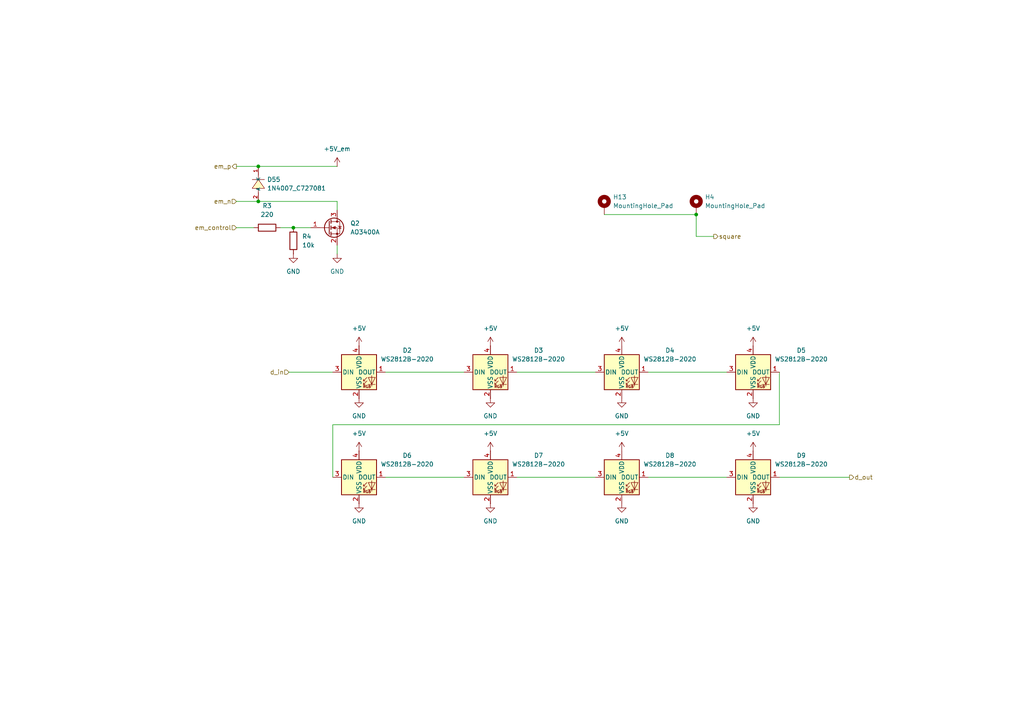
<source format=kicad_sch>
(kicad_sch (version 20231120) (generator "eeschema") (generator_version "8.0")
  (paper "A4")
  (lib_symbols
    (symbol "1N4007_C727081:1N4007_C727081"
      (property "Reference" "D" (at 0 1.27 0))
      (property "Value" "1N4007_C727081" (at 0 -2.54 0))
      (symbol "1N4007_C727081_0_1"
        (polyline (pts (xy -1.27 0) (xy -2.54 0)))
        (polyline (pts (xy -1.27 1.778) (xy -1.27 -1.778)))
        (polyline (pts (xy 2.54 0) (xy 1.27 0)))
        (polyline (pts (xy 1.27 1.778) (xy -1.27 0) (xy 1.27 -1.778) (xy 1.27 1.778)) (fill (type background)))
        (pin unspecified line (at -5.08 0 0) (length 2.54) (name "K") (number "1"))
        (pin unspecified line (at 5.08 0 180) (length 2.54) (name "A") (number "2"))
      )
    )
    (symbol "Device:R" (pin_numbers hide) (pin_names (offset 0))
      (property "Reference" "R" (at 2.032 0 90))
      (property "Value" "R" (at 0 0 90))
      (symbol "R_0_1"
        (rectangle (start -1.016 -2.54) (end 1.016 2.54) (stroke (width 0.254)))
      )
      (symbol "R_1_1"
        (pin passive line (at 0 3.81 270) (length 1.27) (name "~") (number "1"))
        (pin passive line (at 0 -3.81 90) (length 1.27) (name "~") (number "2"))
      )
    )
    (symbol "LED:WS2812B-2020" (pin_names (offset 0.254))
      (property "Reference" "D" (at 5.08 5.715 0))
      (property "Value" "WS2812B-2020" (at 1.27 -5.715 0))
      (symbol "WS2812B-2020_0_0"
        (text "RGB" (at 2.286 -4.191 0) (effects (font (size 0.762 0.762))))
      )
      (symbol "WS2812B-2020_0_1"
        (polyline (pts (xy 1.27 -3.556) (xy 1.778 -3.556)))
        (polyline (pts (xy 1.27 -2.54) (xy 1.778 -2.54)))
        (polyline (pts (xy 4.699 -3.556) (xy 2.667 -3.556)))
        (polyline (pts (xy 2.286 -2.54) (xy 1.27 -3.556) (xy 1.27 -3.048)))
        (polyline (pts (xy 2.286 -1.524) (xy 1.27 -2.54) (xy 1.27 -2.032)))
        (polyline (pts (xy 3.683 -1.016) (xy 3.683 -3.556) (xy 3.683 -4.064)))
        (polyline (pts (xy 4.699 -1.524) (xy 2.667 -1.524) (xy 3.683 -3.556) (xy 4.699 -1.524)))
        (rectangle (start 5.08 5.08) (end -5.08 -5.08) (stroke (width 0.254)) (fill (type background)))
      )
      (symbol "WS2812B-2020_1_1"
        (pin output line (at 7.62 0 180) (length 2.54) (name "DOUT") (number "1"))
        (pin power_in line (at 0 -7.62 90) (length 2.54) (name "VSS") (number "2"))
        (pin input line (at -7.62 0 0) (length 2.54) (name "DIN") (number "3"))
        (pin power_in line (at 0 7.62 270) (length 2.54) (name "VDD") (number "4"))
      )
    )
    (symbol "Mechanical:MountingHole_Pad" (pin_numbers hide) (pin_names (offset 1.016) hide) (exclude_from_sim yes) (in_bom no)
      (property "Reference" "H" (at 0 6.35 0))
      (property "Value" "MountingHole_Pad" (at 0 4.445 0))
      (symbol "MountingHole_Pad_0_1"
        (circle (center 0 1.27) (radius 1.27) (stroke (width 1.27)))
      )
      (symbol "MountingHole_Pad_1_1"
        (pin input line (at 0 -2.54 90) (length 2.54) (name "1") (number "1"))
      )
    )
    (symbol "Transistor_FET:AO3400A" (pin_names hide)
      (property "Reference" "Q" (at 5.08 1.905 0))
      (property "Value" "AO3400A" (at 5.08 0 0))
      (symbol "AO3400A_0_1"
        (polyline (pts (xy 0.254 0) (xy -2.54 0)))
        (polyline (pts (xy 0.254 1.905) (xy 0.254 -1.905)) (stroke (width 0.254)))
        (polyline (pts (xy 0.762 -1.27) (xy 0.762 -2.286)) (stroke (width 0.254)))
        (polyline (pts (xy 0.762 0.508) (xy 0.762 -0.508)) (stroke (width 0.254)))
        (polyline (pts (xy 0.762 2.286) (xy 0.762 1.27)) (stroke (width 0.254)))
        (polyline (pts (xy 2.54 2.54) (xy 2.54 1.778)))
        (polyline (pts (xy 2.54 -2.54) (xy 2.54 0) (xy 0.762 0)))
        (polyline (pts (xy 0.762 -1.778) (xy 3.302 -1.778) (xy 3.302 1.778) (xy 0.762 1.778)))
        (polyline (pts (xy 1.016 0) (xy 2.032 0.381) (xy 2.032 -0.381) (xy 1.016 0)) (fill (type outline)))
        (polyline (pts (xy 2.794 0.508) (xy 2.921 0.381) (xy 3.683 0.381) (xy 3.81 0.254)))
        (polyline (pts (xy 3.302 0.381) (xy 2.921 -0.254) (xy 3.683 -0.254) (xy 3.302 0.381)))
        (circle (center 1.651 0) (radius 2.794) (stroke (width 0.254)))
        (circle (center 2.54 -1.778) (radius 0.254) (fill (type outline)))
        (circle (center 2.54 1.778) (radius 0.254) (fill (type outline)))
      )
      (symbol "AO3400A_1_1"
        (pin input line (at -5.08 0 0) (length 2.54) (name "G") (number "1"))
        (pin passive line (at 2.54 -5.08 90) (length 2.54) (name "S") (number "2"))
        (pin passive line (at 2.54 5.08 270) (length 2.54) (name "D") (number "3"))
      )
    )
    (symbol "power:+5V" (power) (pin_numbers hide) (pin_names (offset 0) hide)
      (property "Value" "+5V" (at 0 3.556 0))
      (symbol "+5V_0_1"
        (polyline (pts (xy -0.762 1.27) (xy 0 2.54)))
        (polyline (pts (xy 0 0) (xy 0 2.54)))
        (polyline (pts (xy 0 2.54) (xy 0.762 1.27)))
      )
      (symbol "+5V_1_1"
        (pin power_in line (at 0 0 90) (length 0) (name "~") (number "1"))
      )
    )
    (symbol "power:GND" (power) (pin_numbers hide) (pin_names (offset 0) hide)
      (property "Value" "GND" (at 0 -3.81 0))
      (symbol "GND_0_1"
        (polyline (pts (xy 0 0) (xy 0 -1.27) (xy 1.27 -1.27) (xy 0 -2.54) (xy -1.27 -1.27) (xy 0 -1.27)))
      )
      (symbol "GND_1_1"
        (pin power_in line (at 0 0 270) (length 0) (name "~") (number "1"))
      )
    )
  )
  (junction (at 74.93 48.26))
  (junction (at 201.93 62.23))
  (junction (at 74.93 58.42))
  (junction (at 85.09 66.04))
  (wire (pts (xy 81.28 66.04) (xy 85.09 66.04)))
  (wire (pts (xy 85.09 66.04) (xy 90.17 66.04)))
  (wire (pts (xy 97.79 58.42) (xy 97.79 60.96)))
  (wire (pts (xy 226.06 138.43) (xy 246.38 138.43)))
  (wire (pts (xy 149.86 138.43) (xy 172.72 138.43)))
  (wire (pts (xy 68.58 48.26) (xy 74.93 48.26)))
  (wire (pts (xy 111.76 107.95) (xy 134.62 107.95)))
  (wire (pts (xy 175.26 62.23) (xy 201.93 62.23)))
  (wire (pts (xy 226.06 107.95) (xy 226.06 123.19)))
  (wire (pts (xy 83.82 107.95) (xy 96.52 107.95)))
  (wire (pts (xy 149.86 107.95) (xy 172.72 107.95)))
  (wire (pts (xy 111.76 138.43) (xy 134.62 138.43)))
  (wire (pts (xy 97.79 73.66) (xy 97.79 71.12)))
  (wire (pts (xy 68.58 66.04) (xy 73.66 66.04)))
  (wire (pts (xy 74.93 48.26) (xy 97.79 48.26)))
  (wire (pts (xy 68.58 58.42) (xy 74.93 58.42)))
  (wire (pts (xy 96.52 123.19) (xy 96.52 138.43)))
  (wire (pts (xy 226.06 123.19) (xy 96.52 123.19)))
  (wire (pts (xy 74.93 58.42) (xy 97.79 58.42)))
  (wire (pts (xy 187.96 138.43) (xy 210.82 138.43)))
  (wire (pts (xy 201.93 62.23) (xy 201.93 68.58)))
  (wire (pts (xy 187.96 107.95) (xy 210.82 107.95)))
  (wire (pts (xy 207.01 68.58) (xy 201.93 68.58)))
  (hierarchical_label "d_in" (shape input) (at 83.82 107.95 180))
  (hierarchical_label "em_p" (shape output) (at 68.58 48.26 180))
  (hierarchical_label "em_control" (shape input) (at 68.58 66.04 180))
  (hierarchical_label "em_n" (shape input) (at 68.58 58.42 180))
  (hierarchical_label "square" (shape output) (at 207.01 68.58 0))
  (hierarchical_label "d_out" (shape output) (at 246.38 138.43 0))
  (symbol (lib_id "1N4007_C727081:1N4007_C727081") (at 74.93 53.34 270) (unit 1)
    (property "Reference" "D55" (at 77.47 52.0699 90) (effects (justify left)))
    (property "Value" "1N4007_C727081" (at 77.47 54.6099 90) (effects (justify left)))
    (property "Footprint" "footprint:SMA_L4.3-W2.5-LS5.0-RD" (effects (hide yes)))
    (property "Datasheet" "https://atta.szlcsc.com/upload/public/pdf/source/20191021/C437786_3D65CEC0912CC3CA85CA024EBEBBFCE4.pdf" (effects (hide yes)))
    (property "LCSC" "C727081" (effects (hide yes)))
    (instances (project "kfchess" (path "" (reference "D55") (unit 1)) (path "" (reference "D64") (unit 1)) (path "" (reference "D37") (unit 1)) (path "" (reference "D46") (unit 1)) (path "" (reference "D91") (unit 1)) (path "" (reference "D100") (unit 1)) (path "" (reference "D73") (unit 1)) (path "" (reference "D82") (unit 1)) (path "" (reference "D127") (unit 1)) (path "" (reference "D136") (unit 1)) (path "" (reference "D109") (unit 1)) (path "" (reference "D118") (unit 1)) (path "" (reference "D10") (unit 1)) (path "" (reference "D19") (unit 1)) (path "" (reference "D1") (unit 1)) (path "" (reference "D28") (unit 1))))
  )
  (symbol (lib_id "Device:R") (at 77.47 66.04 270) (unit 1)
    (property "Reference" "R3" (at 77.47 59.69 90))
    (property "Value" "220" (at 77.47 62.23 90))
    (property "Footprint" "Resistor_SMD:R_0603_1608Metric" (effects (hide yes)))
    (property "Description" "Resistor" (effects (hide yes)))
    (instances (project "kfchess" (path "" (reference "R3") (unit 1)) (path "" (reference "R5") (unit 1)) (path "" (reference "R7") (unit 1)) (path "" (reference "R13") (unit 1)) (path "" (reference "R15") (unit 1)) (path "" (reference "R9") (unit 1)) (path "" (reference "R11") (unit 1)) (path "" (reference "R21") (unit 1)) (path "" (reference "R23") (unit 1)) (path "" (reference "R17") (unit 1)) (path "" (reference "R19") (unit 1)) (path "" (reference "R29") (unit 1)) (path "" (reference "R31") (unit 1)) (path "" (reference "R25") (unit 1)) (path "" (reference "R27") (unit 1)) (path "" (reference "R1") (unit 1))))
  )
  (symbol (lib_id "LED:WS2812B-2020") (at 218.44 107.95 0) (unit 1)
    (property "Reference" "D5" (at 232.41 101.6314 0))
    (property "Value" "WS2812B-2020" (at 232.41 104.1714 0))
    (property "Footprint" "LED_SMD:LED_WS2812B-2020_PLCC4_2.0x2.0mm" (effects (hide yes)))
    (property "Datasheet" "https://cdn-shop.adafruit.com/product-files/4684/4684_WS2812B-2020_V1.3_EN.pdf" (effects (hide yes)))
    (property "Description" "RGB LED with integrated controller, 2.0 x 2.0 mm, 12 mA" (effects (hide yes)))
    (instances (project "kfchess" (path "" (reference "D5") (unit 1)) (path "" (reference "D14") (unit 1)) (path "" (reference "D23") (unit 1)) (path "" (reference "D32") (unit 1)) (path "" (reference "D59") (unit 1)) (path "" (reference "D68") (unit 1)) (path "" (reference "D41") (unit 1)) (path "" (reference "D50") (unit 1)) (path "" (reference "D95") (unit 1)) (path "" (reference "D104") (unit 1)) (path "" (reference "D77") (unit 1)) (path "" (reference "D86") (unit 1)) (path "" (reference "D131") (unit 1)) (path "" (reference "D140") (unit 1)) (path "" (reference "D113") (unit 1)) (path "" (reference "D122") (unit 1))))
  )
  (symbol (lib_id "LED:WS2812B-2020") (at 104.14 107.95 0) (unit 1)
    (property "Reference" "D2" (at 118.11 101.6314 0))
    (property "Value" "WS2812B-2020" (at 118.11 104.1714 0))
    (property "Footprint" "LED_SMD:LED_WS2812B-2020_PLCC4_2.0x2.0mm" (effects (hide yes)))
    (property "Datasheet" "https://cdn-shop.adafruit.com/product-files/4684/4684_WS2812B-2020_V1.3_EN.pdf" (effects (hide yes)))
    (property "Description" "RGB LED with integrated controller, 2.0 x 2.0 mm, 12 mA" (effects (hide yes)))
    (instances (project "kfchess" (path "" (reference "D2") (unit 1)) (path "" (reference "D11") (unit 1)) (path "" (reference "D20") (unit 1)) (path "" (reference "D29") (unit 1)) (path "" (reference "D56") (unit 1)) (path "" (reference "D65") (unit 1)) (path "" (reference "D38") (unit 1)) (path "" (reference "D47") (unit 1)) (path "" (reference "D92") (unit 1)) (path "" (reference "D101") (unit 1)) (path "" (reference "D74") (unit 1)) (path "" (reference "D83") (unit 1)) (path "" (reference "D128") (unit 1)) (path "" (reference "D137") (unit 1)) (path "" (reference "D110") (unit 1)) (path "" (reference "D119") (unit 1))))
  )
  (symbol (lib_id "power:+5V") (at 142.24 100.33 0) (unit 1)
    (property "Reference" "#PWR013" (effects (hide yes)))
    (property "Value" "+5V" (at 142.24 95.25 0))
    (property "Description" "Power symbol creates a global label with name \"+5V\"" (effects (hide yes)))
    (instances (project "kfchess" (path "" (reference "#PWR013") (unit 1)) (path "" (reference "#PWR032") (unit 1)) (path "" (reference "#PWR051") (unit 1)) (path "" (reference "#PWR070") (unit 1)) (path "" (reference "#PWR0127") (unit 1)) (path "" (reference "#PWR0146") (unit 1)) (path "" (reference "#PWR089") (unit 1)) (path "" (reference "#PWR0108") (unit 1)) (path "" (reference "#PWR0203") (unit 1)) (path "" (reference "#PWR0222") (unit 1)) (path "" (reference "#PWR0165") (unit 1)) (path "" (reference "#PWR0184") (unit 1)) (path "" (reference "#PWR0279") (unit 1)) (path "" (reference "#PWR0298") (unit 1)) (path "" (reference "#PWR0241") (unit 1)) (path "" (reference "#PWR0260") (unit 1))))
  )
  (symbol (lib_id "power:GND") (at 104.14 115.57 0) (unit 1)
    (property "Reference" "#PWR016" (effects (hide yes)))
    (property "Value" "GND" (at 104.14 120.65 0))
    (property "Description" "Power symbol creates a global label with name \"GND\" , ground" (effects (hide yes)))
    (instances (project "kfchess" (path "" (reference "#PWR016") (unit 1)) (path "" (reference "#PWR035") (unit 1)) (path "" (reference "#PWR054") (unit 1)) (path "" (reference "#PWR073") (unit 1)) (path "" (reference "#PWR0130") (unit 1)) (path "" (reference "#PWR0149") (unit 1)) (path "" (reference "#PWR092") (unit 1)) (path "" (reference "#PWR0111") (unit 1)) (path "" (reference "#PWR0206") (unit 1)) (path "" (reference "#PWR0225") (unit 1)) (path "" (reference "#PWR0168") (unit 1)) (path "" (reference "#PWR0187") (unit 1)) (path "" (reference "#PWR0282") (unit 1)) (path "" (reference "#PWR0301") (unit 1)) (path "" (reference "#PWR0244") (unit 1)) (path "" (reference "#PWR0263") (unit 1))))
  )
  (symbol (lib_id "power:+5V") (at 142.24 130.81 0) (unit 1)
    (property "Reference" "#PWR021" (effects (hide yes)))
    (property "Value" "+5V" (at 142.24 125.73 0))
    (property "Description" "Power symbol creates a global label with name \"+5V\"" (effects (hide yes)))
    (instances (project "kfchess" (path "" (reference "#PWR021") (unit 1)) (path "" (reference "#PWR040") (unit 1)) (path "" (reference "#PWR059") (unit 1)) (path "" (reference "#PWR078") (unit 1)) (path "" (reference "#PWR0135") (unit 1)) (path "" (reference "#PWR0154") (unit 1)) (path "" (reference "#PWR097") (unit 1)) (path "" (reference "#PWR0116") (unit 1)) (path "" (reference "#PWR0211") (unit 1)) (path "" (reference "#PWR0230") (unit 1)) (path "" (reference "#PWR0173") (unit 1)) (path "" (reference "#PWR0192") (unit 1)) (path "" (reference "#PWR0287") (unit 1)) (path "" (reference "#PWR0306") (unit 1)) (path "" (reference "#PWR0249") (unit 1)) (path "" (reference "#PWR0268") (unit 1))))
  )
  (symbol (lib_id "power:+5V") (at 180.34 130.81 0) (unit 1)
    (property "Reference" "#PWR022" (effects (hide yes)))
    (property "Value" "+5V" (at 180.34 125.73 0))
    (property "Description" "Power symbol creates a global label with name \"+5V\"" (effects (hide yes)))
    (instances (project "kfchess" (path "" (reference "#PWR022") (unit 1)) (path "" (reference "#PWR041") (unit 1)) (path "" (reference "#PWR060") (unit 1)) (path "" (reference "#PWR079") (unit 1)) (path "" (reference "#PWR0136") (unit 1)) (path "" (reference "#PWR0155") (unit 1)) (path "" (reference "#PWR098") (unit 1)) (path "" (reference "#PWR0117") (unit 1)) (path "" (reference "#PWR0212") (unit 1)) (path "" (reference "#PWR0231") (unit 1)) (path "" (reference "#PWR0174") (unit 1)) (path "" (reference "#PWR0193") (unit 1)) (path "" (reference "#PWR0288") (unit 1)) (path "" (reference "#PWR0307") (unit 1)) (path "" (reference "#PWR0250") (unit 1)) (path "" (reference "#PWR0269") (unit 1))))
  )
  (symbol (lib_id "LED:WS2812B-2020") (at 218.44 138.43 0) (unit 1)
    (property "Reference" "D9" (at 232.41 132.1114 0))
    (property "Value" "WS2812B-2020" (at 232.41 134.6514 0))
    (property "Footprint" "LED_SMD:LED_WS2812B-2020_PLCC4_2.0x2.0mm" (effects (hide yes)))
    (property "Datasheet" "https://cdn-shop.adafruit.com/product-files/4684/4684_WS2812B-2020_V1.3_EN.pdf" (effects (hide yes)))
    (property "Description" "RGB LED with integrated controller, 2.0 x 2.0 mm, 12 mA" (effects (hide yes)))
    (instances (project "kfchess" (path "" (reference "D9") (unit 1)) (path "" (reference "D18") (unit 1)) (path "" (reference "D27") (unit 1)) (path "" (reference "D36") (unit 1)) (path "" (reference "D63") (unit 1)) (path "" (reference "D72") (unit 1)) (path "" (reference "D45") (unit 1)) (path "" (reference "D54") (unit 1)) (path "" (reference "D99") (unit 1)) (path "" (reference "D108") (unit 1)) (path "" (reference "D81") (unit 1)) (path "" (reference "D90") (unit 1)) (path "" (reference "D135") (unit 1)) (path "" (reference "D144") (unit 1)) (path "" (reference "D117") (unit 1)) (path "" (reference "D126") (unit 1))))
  )
  (symbol (lib_id "power:GND") (at 142.24 115.57 0) (unit 1)
    (property "Reference" "#PWR017" (effects (hide yes)))
    (property "Value" "GND" (at 142.24 120.65 0))
    (property "Description" "Power symbol creates a global label with name \"GND\" , ground" (effects (hide yes)))
    (instances (project "kfchess" (path "" (reference "#PWR017") (unit 1)) (path "" (reference "#PWR036") (unit 1)) (path "" (reference "#PWR055") (unit 1)) (path "" (reference "#PWR074") (unit 1)) (path "" (reference "#PWR0131") (unit 1)) (path "" (reference "#PWR0150") (unit 1)) (path "" (reference "#PWR093") (unit 1)) (path "" (reference "#PWR0112") (unit 1)) (path "" (reference "#PWR0207") (unit 1)) (path "" (reference "#PWR0226") (unit 1)) (path "" (reference "#PWR0169") (unit 1)) (path "" (reference "#PWR0188") (unit 1)) (path "" (reference "#PWR0283") (unit 1)) (path "" (reference "#PWR0302") (unit 1)) (path "" (reference "#PWR0245") (unit 1)) (path "" (reference "#PWR0264") (unit 1))))
  )
  (symbol (lib_id "Device:R") (at 85.09 69.85 0) (unit 1)
    (property "Reference" "R4" (at 87.63 68.5799 0) (effects (justify left)))
    (property "Value" "10k" (at 87.63 71.1199 0) (effects (justify left)))
    (property "Footprint" "Resistor_SMD:R_0603_1608Metric" (effects (hide yes)))
    (property "Description" "Resistor" (effects (hide yes)))
    (instances (project "kfchess" (path "" (reference "R4") (unit 1)) (path "" (reference "R6") (unit 1)) (path "" (reference "R8") (unit 1)) (path "" (reference "R14") (unit 1)) (path "" (reference "R16") (unit 1)) (path "" (reference "R10") (unit 1)) (path "" (reference "R12") (unit 1)) (path "" (reference "R22") (unit 1)) (path "" (reference "R24") (unit 1)) (path "" (reference "R18") (unit 1)) (path "" (reference "R20") (unit 1)) (path "" (reference "R30") (unit 1)) (path "" (reference "R32") (unit 1)) (path "" (reference "R26") (unit 1)) (path "" (reference "R28") (unit 1)) (path "" (reference "R2") (unit 1))))
  )
  (symbol (lib_id "power:+5V") (at 180.34 100.33 0) (unit 1)
    (property "Reference" "#PWR014" (effects (hide yes)))
    (property "Value" "+5V" (at 180.34 95.25 0))
    (property "Description" "Power symbol creates a global label with name \"+5V\"" (effects (hide yes)))
    (instances (project "kfchess" (path "" (reference "#PWR014") (unit 1)) (path "" (reference "#PWR033") (unit 1)) (path "" (reference "#PWR052") (unit 1)) (path "" (reference "#PWR071") (unit 1)) (path "" (reference "#PWR0128") (unit 1)) (path "" (reference "#PWR0147") (unit 1)) (path "" (reference "#PWR090") (unit 1)) (path "" (reference "#PWR0109") (unit 1)) (path "" (reference "#PWR0204") (unit 1)) (path "" (reference "#PWR0223") (unit 1)) (path "" (reference "#PWR0166") (unit 1)) (path "" (reference "#PWR0185") (unit 1)) (path "" (reference "#PWR0280") (unit 1)) (path "" (reference "#PWR0299") (unit 1)) (path "" (reference "#PWR0242") (unit 1)) (path "" (reference "#PWR0261") (unit 1))))
  )
  (symbol (lib_id "power:GND") (at 85.09 73.66 0) (unit 1)
    (property "Reference" "#PWR029" (effects (hide yes)))
    (property "Value" "GND" (at 85.09 78.74 0))
    (property "Description" "Power symbol creates a global label with name \"GND\" , ground" (effects (hide yes)))
    (instances (project "kfchess" (path "" (reference "#PWR029") (unit 1)) (path "" (reference "#PWR048") (unit 1)) (path "" (reference "#PWR067") (unit 1)) (path "" (reference "#PWR0124") (unit 1)) (path "" (reference "#PWR0143") (unit 1)) (path "" (reference "#PWR086") (unit 1)) (path "" (reference "#PWR0105") (unit 1)) (path "" (reference "#PWR0200") (unit 1)) (path "" (reference "#PWR0219") (unit 1)) (path "" (reference "#PWR0162") (unit 1)) (path "" (reference "#PWR0181") (unit 1)) (path "" (reference "#PWR0276") (unit 1)) (path "" (reference "#PWR0295") (unit 1)) (path "" (reference "#PWR0238") (unit 1)) (path "" (reference "#PWR0257") (unit 1)) (path "" (reference "#PWR010") (unit 1))))
  )
  (symbol (lib_id "Mechanical:MountingHole_Pad") (at 201.93 59.69 0) (unit 1) (exclude_from_sim yes) (in_bom no)
    (property "Reference" "H4" (at 204.47 57.1499 0) (effects (justify left)))
    (property "Value" "MountingHole_Pad" (at 204.47 59.6899 0) (effects (justify left)))
    (property "Footprint" "MountingHole:MountingHole_3.2mm_M3_Pad" (effects (hide yes)))
    (property "Description" "Mounting Hole with connection" (effects (hide yes)))
    (instances (project "kfchess" (path "" (reference "H4") (unit 1)) (path "" (reference "H6") (unit 1)) (path "" (reference "H2") (unit 1)) (path "" (reference "H8") (unit 1)) (path "" (reference "H14") (unit 1)) (path "" (reference "H16") (unit 1)) (path "" (reference "H10") (unit 1)) (path "" (reference "H12") (unit 1)) (path "" (reference "H22") (unit 1)) (path "" (reference "H24") (unit 1)) (path "" (reference "H18") (unit 1)) (path "" (reference "H20") (unit 1)) (path "" (reference "H30") (unit 1)) (path "" (reference "H32") (unit 1)) (path "" (reference "H26") (unit 1)) (path "" (reference "H28") (unit 1))))
  )
  (symbol (lib_id "Mechanical:MountingHole_Pad") (at 175.26 59.69 0) (unit 1) (exclude_from_sim yes) (in_bom no)
    (property "Reference" "H13" (at 177.8 57.1499 0) (effects (justify left)))
    (property "Value" "MountingHole_Pad" (at 177.8 59.6899 0) (effects (justify left)))
    (property "Footprint" "MountingHole:MountingHole_3.2mm_M3_Pad" (effects (hide yes)))
    (property "Description" "Mounting Hole with connection" (effects (hide yes)))
    (instances (project "kfchess" (path "" (reference "H13") (unit 1)) (path "" (reference "H15") (unit 1)) (path "" (reference "H9") (unit 1)) (path "" (reference "H11") (unit 1)) (path "" (reference "H21") (unit 1)) (path "" (reference "H23") (unit 1)) (path "" (reference "H17") (unit 1)) (path "" (reference "H19") (unit 1)) (path "" (reference "H29") (unit 1)) (path "" (reference "H31") (unit 1)) (path "" (reference "H25") (unit 1)) (path "" (reference "H27") (unit 1)) (path "" (reference "H3") (unit 1)) (path "" (reference "H5") (unit 1)) (path "" (reference "H1") (unit 1)) (path "" (reference "H7") (unit 1))))
  )
  (symbol (lib_id "power:+5V") (at 218.44 100.33 0) (unit 1)
    (property "Reference" "#PWR015" (effects (hide yes)))
    (property "Value" "+5V" (at 218.44 95.25 0))
    (property "Description" "Power symbol creates a global label with name \"+5V\"" (effects (hide yes)))
    (instances (project "kfchess" (path "" (reference "#PWR015") (unit 1)) (path "" (reference "#PWR034") (unit 1)) (path "" (reference "#PWR053") (unit 1)) (path "" (reference "#PWR072") (unit 1)) (path "" (reference "#PWR0129") (unit 1)) (path "" (reference "#PWR0148") (unit 1)) (path "" (reference "#PWR091") (unit 1)) (path "" (reference "#PWR0110") (unit 1)) (path "" (reference "#PWR0205") (unit 1)) (path "" (reference "#PWR0224") (unit 1)) (path "" (reference "#PWR0167") (unit 1)) (path "" (reference "#PWR0186") (unit 1)) (path "" (reference "#PWR0281") (unit 1)) (path "" (reference "#PWR0300") (unit 1)) (path "" (reference "#PWR0243") (unit 1)) (path "" (reference "#PWR0262") (unit 1))))
  )
  (symbol (lib_id "LED:WS2812B-2020") (at 180.34 138.43 0) (unit 1)
    (property "Reference" "D8" (at 194.31 132.1114 0))
    (property "Value" "WS2812B-2020" (at 194.31 134.6514 0))
    (property "Footprint" "LED_SMD:LED_WS2812B-2020_PLCC4_2.0x2.0mm" (effects (hide yes)))
    (property "Datasheet" "https://cdn-shop.adafruit.com/product-files/4684/4684_WS2812B-2020_V1.3_EN.pdf" (effects (hide yes)))
    (property "Description" "RGB LED with integrated controller, 2.0 x 2.0 mm, 12 mA" (effects (hide yes)))
    (instances (project "kfchess" (path "" (reference "D8") (unit 1)) (path "" (reference "D17") (unit 1)) (path "" (reference "D26") (unit 1)) (path "" (reference "D35") (unit 1)) (path "" (reference "D62") (unit 1)) (path "" (reference "D71") (unit 1)) (path "" (reference "D44") (unit 1)) (path "" (reference "D53") (unit 1)) (path "" (reference "D98") (unit 1)) (path "" (reference "D107") (unit 1)) (path "" (reference "D80") (unit 1)) (path "" (reference "D89") (unit 1)) (path "" (reference "D134") (unit 1)) (path "" (reference "D143") (unit 1)) (path "" (reference "D116") (unit 1)) (path "" (reference "D125") (unit 1))))
  )
  (symbol (lib_id "power:GND") (at 180.34 115.57 0) (unit 1)
    (property "Reference" "#PWR018" (effects (hide yes)))
    (property "Value" "GND" (at 180.34 120.65 0))
    (property "Description" "Power symbol creates a global label with name \"GND\" , ground" (effects (hide yes)))
    (instances (project "kfchess" (path "" (reference "#PWR018") (unit 1)) (path "" (reference "#PWR037") (unit 1)) (path "" (reference "#PWR056") (unit 1)) (path "" (reference "#PWR075") (unit 1)) (path "" (reference "#PWR0132") (unit 1)) (path "" (reference "#PWR0151") (unit 1)) (path "" (reference "#PWR094") (unit 1)) (path "" (reference "#PWR0113") (unit 1)) (path "" (reference "#PWR0208") (unit 1)) (path "" (reference "#PWR0227") (unit 1)) (path "" (reference "#PWR0170") (unit 1)) (path "" (reference "#PWR0189") (unit 1)) (path "" (reference "#PWR0284") (unit 1)) (path "" (reference "#PWR0303") (unit 1)) (path "" (reference "#PWR0246") (unit 1)) (path "" (reference "#PWR0265") (unit 1))))
  )
  (symbol (lib_id "power:GND") (at 97.79 73.66 0) (unit 1)
    (property "Reference" "#PWR030" (effects (hide yes)))
    (property "Value" "GND" (at 97.79 78.74 0))
    (property "Description" "Power symbol creates a global label with name \"GND\" , ground" (effects (hide yes)))
    (instances (project "kfchess" (path "" (reference "#PWR030") (unit 1)) (path "" (reference "#PWR049") (unit 1)) (path "" (reference "#PWR068") (unit 1)) (path "" (reference "#PWR0125") (unit 1)) (path "" (reference "#PWR0144") (unit 1)) (path "" (reference "#PWR087") (unit 1)) (path "" (reference "#PWR0106") (unit 1)) (path "" (reference "#PWR0201") (unit 1)) (path "" (reference "#PWR0220") (unit 1)) (path "" (reference "#PWR0163") (unit 1)) (path "" (reference "#PWR0182") (unit 1)) (path "" (reference "#PWR0277") (unit 1)) (path "" (reference "#PWR0296") (unit 1)) (path "" (reference "#PWR0239") (unit 1)) (path "" (reference "#PWR0258") (unit 1)) (path "" (reference "#PWR011") (unit 1))))
  )
  (symbol (lib_id "power:GND") (at 180.34 146.05 0) (unit 1)
    (property "Reference" "#PWR026" (effects (hide yes)))
    (property "Value" "GND" (at 180.34 151.13 0))
    (property "Description" "Power symbol creates a global label with name \"GND\" , ground" (effects (hide yes)))
    (instances (project "kfchess" (path "" (reference "#PWR026") (unit 1)) (path "" (reference "#PWR045") (unit 1)) (path "" (reference "#PWR064") (unit 1)) (path "" (reference "#PWR083") (unit 1)) (path "" (reference "#PWR0140") (unit 1)) (path "" (reference "#PWR0159") (unit 1)) (path "" (reference "#PWR0102") (unit 1)) (path "" (reference "#PWR0121") (unit 1)) (path "" (reference "#PWR0216") (unit 1)) (path "" (reference "#PWR0235") (unit 1)) (path "" (reference "#PWR0178") (unit 1)) (path "" (reference "#PWR0197") (unit 1)) (path "" (reference "#PWR0292") (unit 1)) (path "" (reference "#PWR0311") (unit 1)) (path "" (reference "#PWR0254") (unit 1)) (path "" (reference "#PWR0273") (unit 1))))
  )
  (symbol (lib_id "LED:WS2812B-2020") (at 142.24 107.95 0) (unit 1)
    (property "Reference" "D3" (at 156.21 101.6314 0))
    (property "Value" "WS2812B-2020" (at 156.21 104.1714 0))
    (property "Footprint" "LED_SMD:LED_WS2812B-2020_PLCC4_2.0x2.0mm" (effects (hide yes)))
    (property "Datasheet" "https://cdn-shop.adafruit.com/product-files/4684/4684_WS2812B-2020_V1.3_EN.pdf" (effects (hide yes)))
    (property "Description" "RGB LED with integrated controller, 2.0 x 2.0 mm, 12 mA" (effects (hide yes)))
    (instances (project "kfchess" (path "" (reference "D3") (unit 1)) (path "" (reference "D12") (unit 1)) (path "" (reference "D21") (unit 1)) (path "" (reference "D30") (unit 1)) (path "" (reference "D57") (unit 1)) (path "" (reference "D66") (unit 1)) (path "" (reference "D39") (unit 1)) (path "" (reference "D48") (unit 1)) (path "" (reference "D93") (unit 1)) (path "" (reference "D102") (unit 1)) (path "" (reference "D75") (unit 1)) (path "" (reference "D84") (unit 1)) (path "" (reference "D129") (unit 1)) (path "" (reference "D138") (unit 1)) (path "" (reference "D111") (unit 1)) (path "" (reference "D120") (unit 1))))
  )
  (symbol (lib_id "power:GND") (at 218.44 115.57 0) (unit 1)
    (property "Reference" "#PWR019" (effects (hide yes)))
    (property "Value" "GND" (at 218.44 120.65 0))
    (property "Description" "Power symbol creates a global label with name \"GND\" , ground" (effects (hide yes)))
    (instances (project "kfchess" (path "" (reference "#PWR019") (unit 1)) (path "" (reference "#PWR038") (unit 1)) (path "" (reference "#PWR057") (unit 1)) (path "" (reference "#PWR076") (unit 1)) (path "" (reference "#PWR0133") (unit 1)) (path "" (reference "#PWR0152") (unit 1)) (path "" (reference "#PWR095") (unit 1)) (path "" (reference "#PWR0114") (unit 1)) (path "" (reference "#PWR0209") (unit 1)) (path "" (reference "#PWR0228") (unit 1)) (path "" (reference "#PWR0171") (unit 1)) (path "" (reference "#PWR0190") (unit 1)) (path "" (reference "#PWR0285") (unit 1)) (path "" (reference "#PWR0304") (unit 1)) (path "" (reference "#PWR0247") (unit 1)) (path "" (reference "#PWR0266") (unit 1))))
  )
  (symbol (lib_id "power:GND") (at 104.14 146.05 0) (unit 1)
    (property "Reference" "#PWR024" (effects (hide yes)))
    (property "Value" "GND" (at 104.14 151.13 0))
    (property "Description" "Power symbol creates a global label with name \"GND\" , ground" (effects (hide yes)))
    (instances (project "kfchess" (path "" (reference "#PWR024") (unit 1)) (path "" (reference "#PWR043") (unit 1)) (path "" (reference "#PWR062") (unit 1)) (path "" (reference "#PWR081") (unit 1)) (path "" (reference "#PWR0138") (unit 1)) (path "" (reference "#PWR0157") (unit 1)) (path "" (reference "#PWR0100") (unit 1)) (path "" (reference "#PWR0119") (unit 1)) (path "" (reference "#PWR0214") (unit 1)) (path "" (reference "#PWR0233") (unit 1)) (path "" (reference "#PWR0176") (unit 1)) (path "" (reference "#PWR0195") (unit 1)) (path "" (reference "#PWR0290") (unit 1)) (path "" (reference "#PWR0309") (unit 1)) (path "" (reference "#PWR0252") (unit 1)) (path "" (reference "#PWR0271") (unit 1))))
  )
  (symbol (lib_id "power:+5V") (at 104.14 100.33 0) (unit 1)
    (property "Reference" "#PWR012" (effects (hide yes)))
    (property "Value" "+5V" (at 104.14 95.25 0))
    (property "Description" "Power symbol creates a global label with name \"+5V\"" (effects (hide yes)))
    (instances (project "kfchess" (path "" (reference "#PWR012") (unit 1)) (path "" (reference "#PWR031") (unit 1)) (path "" (reference "#PWR050") (unit 1)) (path "" (reference "#PWR069") (unit 1)) (path "" (reference "#PWR0126") (unit 1)) (path "" (reference "#PWR0145") (unit 1)) (path "" (reference "#PWR088") (unit 1)) (path "" (reference "#PWR0107") (unit 1)) (path "" (reference "#PWR0202") (unit 1)) (path "" (reference "#PWR0221") (unit 1)) (path "" (reference "#PWR0164") (unit 1)) (path "" (reference "#PWR0183") (unit 1)) (path "" (reference "#PWR0278") (unit 1)) (path "" (reference "#PWR0297") (unit 1)) (path "" (reference "#PWR0240") (unit 1)) (path "" (reference "#PWR0259") (unit 1))))
  )
  (symbol (lib_id "LED:WS2812B-2020") (at 142.24 138.43 0) (unit 1)
    (property "Reference" "D7" (at 156.21 132.1114 0))
    (property "Value" "WS2812B-2020" (at 156.21 134.6514 0))
    (property "Footprint" "LED_SMD:LED_WS2812B-2020_PLCC4_2.0x2.0mm" (effects (hide yes)))
    (property "Datasheet" "https://cdn-shop.adafruit.com/product-files/4684/4684_WS2812B-2020_V1.3_EN.pdf" (effects (hide yes)))
    (property "Description" "RGB LED with integrated controller, 2.0 x 2.0 mm, 12 mA" (effects (hide yes)))
    (instances (project "kfchess" (path "" (reference "D7") (unit 1)) (path "" (reference "D16") (unit 1)) (path "" (reference "D25") (unit 1)) (path "" (reference "D34") (unit 1)) (path "" (reference "D61") (unit 1)) (path "" (reference "D70") (unit 1)) (path "" (reference "D43") (unit 1)) (path "" (reference "D52") (unit 1)) (path "" (reference "D97") (unit 1)) (path "" (reference "D106") (unit 1)) (path "" (reference "D79") (unit 1)) (path "" (reference "D88") (unit 1)) (path "" (reference "D133") (unit 1)) (path "" (reference "D142") (unit 1)) (path "" (reference "D115") (unit 1)) (path "" (reference "D124") (unit 1))))
  )
  (symbol (lib_id "LED:WS2812B-2020") (at 180.34 107.95 0) (unit 1)
    (property "Reference" "D4" (at 194.31 101.6314 0))
    (property "Value" "WS2812B-2020" (at 194.31 104.1714 0))
    (property "Footprint" "LED_SMD:LED_WS2812B-2020_PLCC4_2.0x2.0mm" (effects (hide yes)))
    (property "Datasheet" "https://cdn-shop.adafruit.com/product-files/4684/4684_WS2812B-2020_V1.3_EN.pdf" (effects (hide yes)))
    (property "Description" "RGB LED with integrated controller, 2.0 x 2.0 mm, 12 mA" (effects (hide yes)))
    (instances (project "kfchess" (path "" (reference "D4") (unit 1)) (path "" (reference "D13") (unit 1)) (path "" (reference "D22") (unit 1)) (path "" (reference "D31") (unit 1)) (path "" (reference "D58") (unit 1)) (path "" (reference "D67") (unit 1)) (path "" (reference "D40") (unit 1)) (path "" (reference "D49") (unit 1)) (path "" (reference "D94") (unit 1)) (path "" (reference "D103") (unit 1)) (path "" (reference "D76") (unit 1)) (path "" (reference "D85") (unit 1)) (path "" (reference "D130") (unit 1)) (path "" (reference "D139") (unit 1)) (path "" (reference "D112") (unit 1)) (path "" (reference "D121") (unit 1))))
  )
  (symbol (lib_id "LED:WS2812B-2020") (at 104.14 138.43 0) (unit 1)
    (property "Reference" "D6" (at 118.11 132.1114 0))
    (property "Value" "WS2812B-2020" (at 118.11 134.6514 0))
    (property "Footprint" "LED_SMD:LED_WS2812B-2020_PLCC4_2.0x2.0mm" (effects (hide yes)))
    (property "Datasheet" "https://cdn-shop.adafruit.com/product-files/4684/4684_WS2812B-2020_V1.3_EN.pdf" (effects (hide yes)))
    (property "Description" "RGB LED with integrated controller, 2.0 x 2.0 mm, 12 mA" (effects (hide yes)))
    (instances (project "kfchess" (path "" (reference "D6") (unit 1)) (path "" (reference "D15") (unit 1)) (path "" (reference "D24") (unit 1)) (path "" (reference "D33") (unit 1)) (path "" (reference "D60") (unit 1)) (path "" (reference "D69") (unit 1)) (path "" (reference "D42") (unit 1)) (path "" (reference "D51") (unit 1)) (path "" (reference "D96") (unit 1)) (path "" (reference "D105") (unit 1)) (path "" (reference "D78") (unit 1)) (path "" (reference "D87") (unit 1)) (path "" (reference "D132") (unit 1)) (path "" (reference "D141") (unit 1)) (path "" (reference "D114") (unit 1)) (path "" (reference "D123") (unit 1))))
  )
  (symbol (lib_id "power:GND") (at 218.44 146.05 0) (unit 1)
    (property "Reference" "#PWR027" (effects (hide yes)))
    (property "Value" "GND" (at 218.44 151.13 0))
    (property "Description" "Power symbol creates a global label with name \"GND\" , ground" (effects (hide yes)))
    (instances (project "kfchess" (path "" (reference "#PWR027") (unit 1)) (path "" (reference "#PWR046") (unit 1)) (path "" (reference "#PWR065") (unit 1)) (path "" (reference "#PWR084") (unit 1)) (path "" (reference "#PWR0141") (unit 1)) (path "" (reference "#PWR0160") (unit 1)) (path "" (reference "#PWR0103") (unit 1)) (path "" (reference "#PWR0122") (unit 1)) (path "" (reference "#PWR0217") (unit 1)) (path "" (reference "#PWR0236") (unit 1)) (path "" (reference "#PWR0179") (unit 1)) (path "" (reference "#PWR0198") (unit 1)) (path "" (reference "#PWR0293") (unit 1)) (path "" (reference "#PWR0312") (unit 1)) (path "" (reference "#PWR0255") (unit 1)) (path "" (reference "#PWR0274") (unit 1))))
  )
  (symbol (lib_id "power:GND") (at 142.24 146.05 0) (unit 1)
    (property "Reference" "#PWR025" (effects (hide yes)))
    (property "Value" "GND" (at 142.24 151.13 0))
    (property "Description" "Power symbol creates a global label with name \"GND\" , ground" (effects (hide yes)))
    (instances (project "kfchess" (path "" (reference "#PWR025") (unit 1)) (path "" (reference "#PWR044") (unit 1)) (path "" (reference "#PWR063") (unit 1)) (path "" (reference "#PWR082") (unit 1)) (path "" (reference "#PWR0139") (unit 1)) (path "" (reference "#PWR0158") (unit 1)) (path "" (reference "#PWR0101") (unit 1)) (path "" (reference "#PWR0120") (unit 1)) (path "" (reference "#PWR0215") (unit 1)) (path "" (reference "#PWR0234") (unit 1)) (path "" (reference "#PWR0177") (unit 1)) (path "" (reference "#PWR0196") (unit 1)) (path "" (reference "#PWR0291") (unit 1)) (path "" (reference "#PWR0310") (unit 1)) (path "" (reference "#PWR0253") (unit 1)) (path "" (reference "#PWR0272") (unit 1))))
  )
  (symbol (lib_id "power:+5V") (at 218.44 130.81 0) (unit 1)
    (property "Reference" "#PWR023" (effects (hide yes)))
    (property "Value" "+5V" (at 218.44 125.73 0))
    (property "Description" "Power symbol creates a global label with name \"+5V\"" (effects (hide yes)))
    (instances (project "kfchess" (path "" (reference "#PWR023") (unit 1)) (path "" (reference "#PWR042") (unit 1)) (path "" (reference "#PWR061") (unit 1)) (path "" (reference "#PWR080") (unit 1)) (path "" (reference "#PWR0137") (unit 1)) (path "" (reference "#PWR0156") (unit 1)) (path "" (reference "#PWR099") (unit 1)) (path "" (reference "#PWR0118") (unit 1)) (path "" (reference "#PWR0213") (unit 1)) (path "" (reference "#PWR0232") (unit 1)) (path "" (reference "#PWR0175") (unit 1)) (path "" (reference "#PWR0194") (unit 1)) (path "" (reference "#PWR0289") (unit 1)) (path "" (reference "#PWR0308") (unit 1)) (path "" (reference "#PWR0251") (unit 1)) (path "" (reference "#PWR0270") (unit 1))))
  )
  (symbol (lib_id "power:+5V") (at 97.79 48.26 0) (unit 1)
    (property "Reference" "#PWR028" (effects (hide yes)))
    (property "Value" "+5V_em" (at 97.79 43.18 0))
    (property "Description" "Power symbol creates a global label with name \"+5V\"" (effects (hide yes)))
    (instances (project "kfchess" (path "" (reference "#PWR028") (unit 1)) (path "" (reference "#PWR047") (unit 1)) (path "" (reference "#PWR066") (unit 1)) (path "" (reference "#PWR0123") (unit 1)) (path "" (reference "#PWR0142") (unit 1)) (path "" (reference "#PWR085") (unit 1)) (path "" (reference "#PWR0104") (unit 1)) (path "" (reference "#PWR0199") (unit 1)) (path "" (reference "#PWR0218") (unit 1)) (path "" (reference "#PWR0161") (unit 1)) (path "" (reference "#PWR0180") (unit 1)) (path "" (reference "#PWR0275") (unit 1)) (path "" (reference "#PWR0294") (unit 1)) (path "" (reference "#PWR0237") (unit 1)) (path "" (reference "#PWR0256") (unit 1)) (path "" (reference "#PWR09") (unit 1))))
  )
  (symbol (lib_id "Transistor_FET:AO3400A") (at 95.25 66.04 0) (unit 1)
    (property "Reference" "Q2" (at 101.6 64.7699 0) (effects (justify left)))
    (property "Value" "AO3400A" (at 101.6 67.3099 0) (effects (justify left)))
    (property "Footprint" "Package_TO_SOT_SMD:SOT-23" (effects (hide yes)))
    (property "Datasheet" "http://www.aosmd.com/pdfs/datasheet/AO3400A.pdf" (effects (hide yes)))
    (property "Description" "30V Vds, 5.7A Id, N-Channel MOSFET, SOT-23" (effects (hide yes)))
    (instances (project "kfchess" (path "" (reference "Q2") (unit 1)) (path "" (reference "Q3") (unit 1)) (path "" (reference "Q4") (unit 1)) (path "" (reference "Q7") (unit 1)) (path "" (reference "Q8") (unit 1)) (path "" (reference "Q5") (unit 1)) (path "" (reference "Q6") (unit 1)) (path "" (reference "Q11") (unit 1)) (path "" (reference "Q12") (unit 1)) (path "" (reference "Q9") (unit 1)) (path "" (reference "Q10") (unit 1)) (path "" (reference "Q15") (unit 1)) (path "" (reference "Q16") (unit 1)) (path "" (reference "Q13") (unit 1)) (path "" (reference "Q14") (unit 1)) (path "" (reference "Q1") (unit 1))))
  )
  (symbol (lib_id "power:+5V") (at 104.14 130.81 0) (unit 1)
    (property "Reference" "#PWR020" (effects (hide yes)))
    (property "Value" "+5V" (at 104.14 125.73 0))
    (property "Description" "Power symbol creates a global label with name \"+5V\"" (effects (hide yes)))
    (instances (project "kfchess" (path "" (reference "#PWR020") (unit 1)) (path "" (reference "#PWR039") (unit 1)) (path "" (reference "#PWR058") (unit 1)) (path "" (reference "#PWR077") (unit 1)) (path "" (reference "#PWR0134") (unit 1)) (path "" (reference "#PWR0153") (unit 1)) (path "" (reference "#PWR096") (unit 1)) (path "" (reference "#PWR0115") (unit 1)) (path "" (reference "#PWR0210") (unit 1)) (path "" (reference "#PWR0229") (unit 1)) (path "" (reference "#PWR0172") (unit 1)) (path "" (reference "#PWR0191") (unit 1)) (path "" (reference "#PWR0286") (unit 1)) (path "" (reference "#PWR0305") (unit 1)) (path "" (reference "#PWR0248") (unit 1)) (path "" (reference "#PWR0267") (unit 1))))
  )
)
</source>
